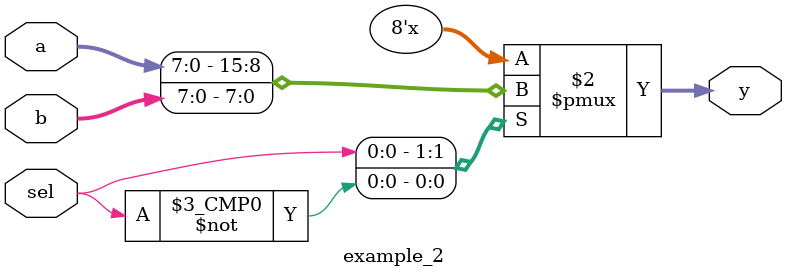
<source format=sv>
module example_2(
	input logic [7:0] a,b,
	input logic sel,
	output logic [7:0]y );
always_comb begin
case(sel)
1'b1:y=a;
1'b0:y=b;
default y=a;
endcase
end
endmodule 
</source>
